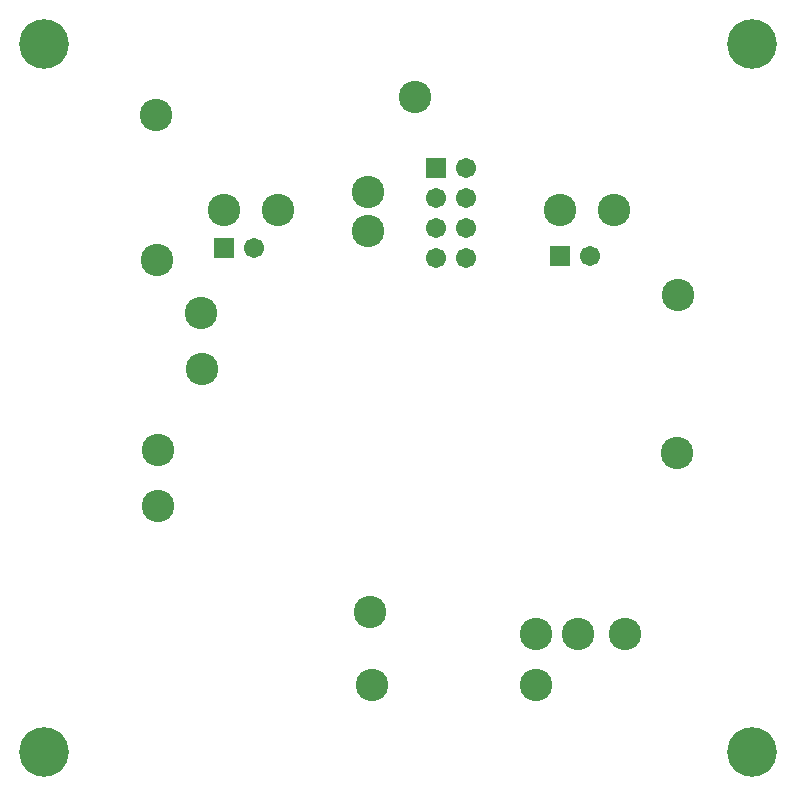
<source format=gbs>
G04*
G04 #@! TF.GenerationSoftware,Altium Limited,Altium Designer,19.1.8 (144)*
G04*
G04 Layer_Color=16711935*
%FSLAX25Y25*%
%MOIN*%
G70*
G01*
G75*
%ADD61C,0.10800*%
%ADD62C,0.06706*%
%ADD63R,0.06706X0.06706*%
%ADD64R,0.06706X0.06706*%
%ADD65C,0.16548*%
D61*
X134700Y-229500D02*
D03*
X64000Y-175500D02*
D03*
X86000Y-95500D02*
D03*
X104000Y-95350D02*
D03*
X198000Y-95500D02*
D03*
X216000Y-95350D02*
D03*
X63500Y-112000D02*
D03*
X78500Y-148500D02*
D03*
X64000Y-194000D02*
D03*
X204000Y-236800D02*
D03*
X135200Y-253700D02*
D03*
X149500Y-57900D02*
D03*
X237000Y-176500D02*
D03*
X237400Y-123800D02*
D03*
X134000Y-102500D02*
D03*
X190000Y-253600D02*
D03*
X219500Y-236800D02*
D03*
X190000D02*
D03*
X63300Y-63800D02*
D03*
X78400Y-129600D02*
D03*
X134000Y-89500D02*
D03*
D62*
X166500Y-111500D02*
D03*
Y-101500D02*
D03*
Y-91500D02*
D03*
Y-81500D02*
D03*
X156500Y-111500D02*
D03*
Y-101500D02*
D03*
Y-91500D02*
D03*
X208000Y-110850D02*
D03*
X95800Y-107950D02*
D03*
D63*
X156500Y-81500D02*
D03*
D64*
X198000Y-110850D02*
D03*
X85800Y-107950D02*
D03*
D65*
X25862Y-39929D02*
D03*
X262083D02*
D03*
X25862Y-276150D02*
D03*
X262083D02*
D03*
M02*

</source>
